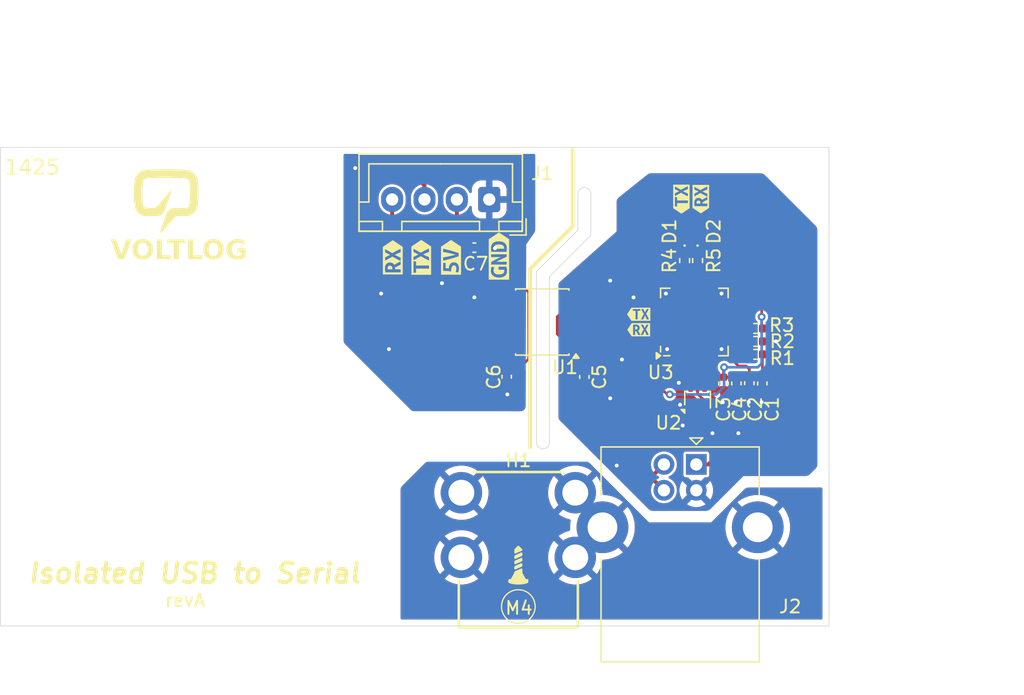
<source format=kicad_pcb>
(kicad_pcb (version 20241229) (generator "pcbnew") (generator_version "9.0")
  (layers (0 "F.Cu" signal) (2 "B.Cu" signal) (13 "F.Paste" user) (15 "B.Paste" user) (5 "F.SilkS" user "F.Silkscreen") (7 "B.SilkS" user "B.Silkscreen") (1 "F.Mask" user) (3 "B.Mask" user) (25 "Edge.Cuts" user))
  (net 0 "")
  (net 1 "GND1")
  (net 2 "VBUS")
  (net 3 "GND2")
  (net 4 "VDDIO")
  (net 5 "+5V")
  (net 6 "/USB_DP")
  (net 7 "Earth")
  (net 8 "/~{RST}")
  (net 9 "/GPIO0")
  (net 10 "/GPIO1")
  (net 11 "/RXD_i")
  (net 12 "/RXD")
  (net 13 "/TXD_i")
  (net 14 "/TXD")
  (net 15 "/USB-DP")
  (net 16 "Net-(D2-K)")
  (net 17 "Net-(D1-K)")
  (net 18 "Net-(U3-VBUS)")
  (net 36 "/USB_DN")
  (net 37 "/USB-DN")
  (footprint "kibuzzard-67EF87AE" (layer "F.Cu") (at 150.9 61.4 90)
    (property "Reference" "kibuzzard-67EF87AE" (hide yes))
    (property "Value" "G***" (hide yes))
  )
  (footprint "Resistor_SMD:R_0402_1005Metric" (layer "F.Cu") (at 165.25 61.75 90)
    (property "Reference" "R4" (at 0 -1.17 270) (layer "F.SilkS"))
    (property "Value" "1K")
    (pad "1" smd roundrect (at -0.51 0 90) (size 0.54 0.64) (layers "F.Cu" "F.Mask" "F.Paste") (net 9 "/GPIO0"))
    (pad "2" smd roundrect (at 0.51 0 90) (size 0.54 0.64) (layers "F.Cu" "F.Mask" "F.Paste") (net 17 "Net-(D1-K)"))
  )
  (footprint "Capacitor_SMD:C_0402_1005Metric" (layer "F.Cu") (at 169.25 71.25 -90)
    (property "Reference" "C4" (at 2 -0.25 90) (layer "F.SilkS"))
    (property "Value" "4.7uF")
    (pad "1" smd roundrect (at -0.48 0 270) (size 0.56 0.62) (layers "F.Cu" "F.Mask" "F.Paste") (net 4 "VDDIO"))
    (pad "2" smd roundrect (at 0.48 0 270) (size 0.56 0.62) (layers "F.Cu" "F.Mask" "F.Paste") (net 1 "GND1"))
  )
  (footprint "Resistor_SMD:R_0402_1005Metric" (layer "F.Cu") (at 170.75 69 180)
    (property "Reference" "R1" (at -2.05 -0.3 180) (layer "F.SilkS"))
    (property "Value" "22.1K")
    (pad "1" smd roundrect (at -0.51 0 180) (size 0.54 0.64) (layers "F.Cu" "F.Mask" "F.Paste") (net 2 "VBUS"))
    (pad "2" smd roundrect (at 0.51 0 180) (size 0.54 0.64) (layers "F.Cu" "F.Mask" "F.Paste") (net 18 "Net-(U3-VBUS)"))
  )
  (footprint "Package_DFN_QFN:QFN-28-1EP_5x5mm_P0.5mm_EP3.35x3.35mm" (layer "F.Cu") (at 166 66.5 90)
    (property "Reference" "U3" (at -3.9 -2.6 0) (layer "F.SilkS"))
    (property "Value" "CP2102N-A01-GQFN28")
    (pad "1" smd roundrect (at -2.45 -1.5 90) (size 0.8 0.25) (layers "F.Cu" "F.Mask" "F.Paste"))
    (pad "2" smd roundrect (at -2.45 -1 90) (size 0.8 0.25) (layers "F.Cu" "F.Mask" "F.Paste"))
    (pad "3" smd roundrect (at -2.45 -0.5 90) (size 0.8 0.25) (layers "F.Cu" "F.Mask" "F.Paste") (net 1 "GND1"))
    (pad "4" smd roundrect (at -2.45 0 90) (size 0.8 0.25) (layers "F.Cu" "F.Mask" "F.Paste") (net 15 "/USB-DP"))
    (pad "5" smd roundrect (at -2.45 0.5 90) (size 0.8 0.25) (layers "F.Cu" "F.Mask" "F.Paste") (net 37 "/USB-DN"))
    (pad "6" smd roundrect (at -2.45 1 90) (size 0.8 0.25) (layers "F.Cu" "F.Mask" "F.Paste") (net 4 "VDDIO"))
    (pad "7" smd roundrect (at -2.45 1.5 90) (size 0.8 0.25) (layers "F.Cu" "F.Mask" "F.Paste") (net 2 "VBUS"))
    (pad "8" smd roundrect (at -1.5 2.45 90) (size 0.25 0.8) (layers "F.Cu" "F.Mask" "F.Paste") (net 18 "Net-(U3-VBUS)"))
    (pad "9" smd roundrect (at -1 2.45 90) (size 0.25 0.8) (layers "F.Cu" "F.Mask" "F.Paste") (net 8 "/~{RST}"))
    (pad "10" smd roundrect (at -0.5 2.45 90) (size 0.25 0.8) (layers "F.Cu" "F.Mask" "F.Paste"))
    (pad "11" smd roundrect (at 0 2.45 90) (size 0.25 0.8) (layers "F.Cu" "F.Mask" "F.Paste"))
    (pad "12" smd roundrect (at 0.5 2.45 90) (size 0.25 0.8) (layers "F.Cu" "F.Mask" "F.Paste"))
    (pad "13" smd roundrect (at 1 2.45 90) (size 0.25 0.8) (layers "F.Cu" "F.Mask" "F.Paste"))
    (pad "14" smd roundrect (at 1.5 2.45 90) (size 0.25 0.8) (layers "F.Cu" "F.Mask" "F.Paste"))
    (pad "15" smd roundrect (at 2.45 1.5 90) (size 0.8 0.25) (layers "F.Cu" "F.Mask" "F.Paste"))
    (pad "16" smd roundrect (at 2.45 1 90) (size 0.8 0.25) (layers "F.Cu" "F.Mask" "F.Paste"))
    (pad "17" smd roundrect (at 2.45 0.5 90) (size 0.8 0.25) (layers "F.Cu" "F.Mask" "F.Paste"))
    (pad "18" smd roundrect (at 2.45 0 90) (size 0.8 0.25) (layers "F.Cu" "F.Mask" "F.Paste") (net 10 "/GPIO1"))
    (pad "19" smd roundrect (at 2.45 -0.5 90) (size 0.8 0.25) (layers "F.Cu" "F.Mask" "F.Paste") (net 9 "/GPIO0"))
    (pad "20" smd roundrect (at 2.45 -1 90) (size 0.8 0.25) (layers "F.Cu" "F.Mask" "F.Paste"))
    (pad "21" smd roundrect (at 2.45 -1.5 90) (size 0.8 0.25) (layers "F.Cu" "F.Mask" "F.Paste"))
    (pad "22" smd roundrect (at 1.5 -2.45 90) (size 0.25 0.8) (layers "F.Cu" "F.Mask" "F.Paste"))
    (pad "23" smd roundrect (at 1 -2.45 90) (size 0.25 0.8) (layers "F.Cu" "F.Mask" "F.Paste"))
    (pad "24" smd roundrect (at 0.5 -2.45 90) (size 0.25 0.8) (layers "F.Cu" "F.Mask" "F.Paste"))
    (pad "25" smd roundrect (at 0 -2.45 90) (size 0.25 0.8) (layers "F.Cu" "F.Mask" "F.Paste") (net 12 "/RXD"))
    (pad "26" smd roundrect (at -0.5 -2.45 90) (size 0.25 0.8) (layers "F.Cu" "F.Mask" "F.Paste") (net 14 "/TXD"))
    (pad "27" smd roundrect (at -1 -2.45 90) (size 0.25 0.8) (layers "F.Cu" "F.Mask" "F.Paste"))
    (pad "28" smd roundrect (at -1.5 -2.45 90) (size 0.25 0.8) (layers "F.Cu" "F.Mask" "F.Paste"))
    (pad "29" smd rect (at 0 0 90) (size 3.35 3.35) (property pad_prop_heatsink) (layers "F.Cu" "F.Mask") (net 1 "GND1"))
  )
  (footprint "Capacitor_SMD:C_0402_1005Metric" (layer "F.Cu") (at 151.5 70.73 -90)
    (property "Reference" "C6" (at 0.02 1 90) (layer "F.SilkS"))
    (property "Value" "0.1uF")
    (pad "1" smd roundrect (at -0.48 0 270) (size 0.56 0.62) (layers "F.Cu" "F.Mask" "F.Paste") (net 5 "+5V"))
    (pad "2" smd roundrect (at 0.48 0 270) (size 0.56 0.62) (layers "F.Cu" "F.Mask" "F.Paste") (net 3 "GND2"))
  )
  (footprint "Package_SO:SOIC-8_3.9x4.9mm_P1.27mm" (layer "F.Cu") (at 154.25 66.5 180)
    (property "Reference" "U1" (at -1.75 -3.5 0) (layer "F.SilkS"))
    (property "Value" "ADUM1201AR")
    (pad "1" smd roundrect (at -2.475 -1.905 180) (size 1.95 0.6) (layers "F.Cu" "F.Mask" "F.Paste") (net 4 "VDDIO"))
    (pad "2" smd roundrect (at -2.475 -0.635 180) (size 1.95 0.6) (layers "F.Cu" "F.Mask" "F.Paste") (net 12 "/RXD"))
    (pad "3" smd roundrect (at -2.475 0.635 180) (size 1.95 0.6) (layers "F.Cu" "F.Mask" "F.Paste") (net 14 "/TXD"))
    (pad "4" smd roundrect (at -2.475 1.905 180) (size 1.95 0.6) (layers "F.Cu" "F.Mask" "F.Paste") (net 1 "GND1"))
    (pad "5" smd roundrect (at 2.475 1.905 180) (size 1.95 0.6) (layers "F.Cu" "F.Mask" "F.Paste") (net 3 "GND2"))
    (pad "6" smd roundrect (at 2.475 0.635 180) (size 1.95 0.6) (layers "F.Cu" "F.Mask" "F.Paste") (net 11 "/RXD_i"))
    (pad "7" smd roundrect (at 2.475 -0.635 180) (size 1.95 0.6) (layers "F.Cu" "F.Mask" "F.Paste") (net 13 "/TXD_i"))
    (pad "8" smd roundrect (at 2.475 -1.905 180) (size 1.95 0.6) (layers "F.Cu" "F.Mask" "F.Paste") (net 5 "+5V"))
  )
  (footprint "kibuzzard-67EF8788" (layer "F.Cu") (at 142.7 61.5 90)
    (property "Reference" "kibuzzard-67EF8788" (hide yes))
    (property "Value" "G***" (hide yes))
  )
  (footprint "LED_SMD:LED_0402_1005Metric" (layer "F.Cu") (at 165.25 59.5 90)
    (property "Reference" "D1" (at 0 -1.17 270) (layer "F.SilkS"))
    (property "Value" "TX")
    (pad "1" smd roundrect (at -0.485 0 90) (size 0.59 0.64) (layers "F.Cu" "F.Mask" "F.Paste") (net 17 "Net-(D1-K)"))
    (pad "2" smd roundrect (at 0.485 0 90) (size 0.59 0.64) (layers "F.Cu" "F.Mask" "F.Paste") (net 4 "VDDIO"))
  )
  (footprint "Resistor_SMD:R_0402_1005Metric" (layer "F.Cu") (at 166.25 61.75 90)
    (property "Reference" "R5" (at 0 1.25 270) (layer "F.SilkS"))
    (property "Value" "1K")
    (pad "1" smd roundrect (at -0.51 0 90) (size 0.54 0.64) (layers "F.Cu" "F.Mask" "F.Paste") (net 10 "/GPIO1"))
    (pad "2" smd roundrect (at 0.51 0 90) (size 0.54 0.64) (layers "F.Cu" "F.Mask" "F.Paste") (net 16 "Net-(D2-K)"))
  )
  (footprint "Capacitor_SMD:C_0402_1005Metric" (layer "F.Cu") (at 170.25 71.23 -90)
    (property "Reference" "C2" (at 2.02 -0.45 90) (layer "F.SilkS"))
    (property "Value" "0.1uF")
    (pad "1" smd roundrect (at -0.48 0 270) (size 0.56 0.62) (layers "F.Cu" "F.Mask" "F.Paste") (net 2 "VBUS"))
    (pad "2" smd roundrect (at 0.48 0 270) (size 0.56 0.62) (layers "F.Cu" "F.Mask" "F.Paste") (net 1 "GND1"))
  )
  (footprint "kibuzzard-67EF8898" (layer "F.Cu") (at 161.7 65.9)
    (property "Reference" "kibuzzard-67EF8898" (hide yes))
    (property "Value" "G***" (hide yes))
  )
  (footprint "kibuzzard-67EF879C" (layer "F.Cu") (at 147.2 61.5 90)
    (property "Reference" "kibuzzard-67EF879C" (hide yes))
    (property "Value" "G***" (hide yes))
  )
  (footprint "Package_TO_SOT_SMD:SOT-666" (layer "F.Cu") (at 166.25 72.5 90)
    (property "Reference" "U2" (at -1.8 -2.25 0) (layer "F.SilkS"))
    (property "Value" "USBLC6-2P6")
    (pad "1" smd roundrect (at -0.85 -0.5375 90) (size 0.5 0.375) (layers "F.Cu" "F.Mask" "F.Paste") (net 6 "/USB_DP"))
    (pad "2" smd roundrect (at -0.925 0 90) (size 0.65 0.3) (layers "F.Cu" "F.Mask" "F.Paste") (net 1 "GND1"))
    (pad "3" smd roundrect (at -0.85 0.5375 90) (size 0.5 0.375) (layers "F.Cu" "F.Mask" "F.Paste") (net 36 "/USB_DN"))
    (pad "4" smd roundrect (at 0.85 0.5375 90) (size 0.5 0.375) (layers "F.Cu" "F.Mask" "F.Paste") (net 37 "/USB-DN"))
    (pad "5" smd roundrect (at 0.925 0 90) (size 0.65 0.3) (layers "F.Cu" "F.Mask" "F.Paste") (net 2 "VBUS"))
    (pad "6" smd roundrect (at 0.85 -0.5375 90) (size 0.5 0.375) (layers "F.Cu" "F.Mask" "F.Paste") (net 15 "/USB-DP"))
  )
  (footprint "kibuzzard-67EF7DAE" (layer "F.Cu") (at 166.5 57 90)
    (property "Reference" "kibuzzard-67EF7DAE" (hide yes))
    (property "Value" "G***" (hide yes))
  )
  (footprint "Capacitor_SMD:C_0402_1005Metric" (layer "F.Cu") (at 168.25 71.25 -90)
    (property "Reference" "C3" (at 2 0 90) (layer "F.SilkS"))
    (property "Value" "0.1uF")
    (pad "1" smd roundrect (at -0.48 0 270) (size 0.56 0.62) (layers "F.Cu" "F.Mask" "F.Paste") (net 4 "VDDIO"))
    (pad "2" smd roundrect (at 0.48 0 270) (size 0.56 0.62) (layers "F.Cu" "F.Mask" "F.Paste") (net 1 "GND1"))
  )
  (footprint "Resistor_SMD:R_0402_1005Metric" (layer "F.Cu") (at 170.75 68)
    (property "Reference" "R2" (at 2.05 0 0) (layer "F.SilkS"))
    (property "Value" "47.5K")
    (pad "1" smd roundrect (at -0.51 0) (size 0.54 0.64) (layers "F.Cu" "F.Mask" "F.Paste") (net 18 "Net-(U3-VBUS)"))
    (pad "2" smd roundrect (at 0.51 0) (size 0.54 0.64) (layers "F.Cu" "F.Mask" "F.Paste") (net 1 "GND1"))
  )
  (footprint "kibuzzard-67EF88A2" (layer "F.Cu") (at 161.7 67.1)
    (property "Reference" "kibuzzard-67EF88A2" (hide yes))
    (property "Value" "G***" (hide yes))
  )
  (footprint "Connector_JST:JST_XH_B4B-XH-A_1x04_P2.50mm_Vertical" (layer "F.Cu") (at 150.15 57.025 180)
    (property "Reference" "J1" (at -4.1 2.025 180) (layer "F.SilkS"))
    (property "Value" "UPS")
    (pad "1" thru_hole roundrect (at 0 0 180) (size 1.7 1.95) (drill 0.95) (layers "*.Cu" "*.Mask") (roundrect_rratio 0.147059) (net 3 "GND2"))
    (pad "2" thru_hole oval (at 2.5 0 180) (size 1.7 1.95) (drill 0.95) (layers "*.Cu" "*.Mask") (net 5 "+5V"))
    (pad "3" thru_hole oval (at 5 0 180) (size 1.7 1.95) (drill 0.95) (layers "*.Cu" "*.Mask") (net 13 "/TXD_i"))
    (pad "4" thru_hole oval (at 7.5 0 180) (size 1.7 1.95) (drill 0.95) (layers "*.Cu" "*.Mask") (net 11 "/RXD_i"))
  )
  (footprint "Capacitor_SMD:C_0402_1005Metric" (layer "F.Cu") (at 149 60.75)
    (property "Reference" "C7" (at 0.1 1.25 0) (layer "F.SilkS"))
    (property "Value" "4.7uF")
    (pad "1" smd roundrect (at -0.48 0) (size 0.56 0.62) (layers "F.Cu" "F.Mask" "F.Paste") (net 5 "+5V"))
    (pad "2" smd roundrect (at 0.48 0) (size 0.56 0.62) (layers "F.Cu" "F.Mask" "F.Paste") (net 3 "GND2"))
  )
  (footprint "Connector_USB:USB_B_Lumberg_2411_02_Horizontal" (layer "F.Cu") (at 166.15 77.5125 -90)
    (property "Reference" "J2" (at 10.9875 -7.25 180) (layer "F.SilkS"))
    (property "Value" "USB Type-B")
    (pad "1" thru_hole rect (at 0 0) (size 1.6 1.6) (drill 0.95) (layers "*.Cu" "*.Mask") (net 2 "VBUS"))
    (pad "2" thru_hole circle (at 0 2.5) (size 1.6 1.6) (drill 0.95) (layers "*.Cu" "*.Mask") (net 36 "/USB_DN"))
    (pad "3" thru_hole circle (at 2 2.5) (size 1.6 1.6) (drill 0.95) (layers "*.Cu" "*.Mask") (net 6 "/USB_DP"))
    (pad "4" thru_hole circle (at 2 0) (size 1.6 1.6) (drill 0.95) (layers "*.Cu" "*.Mask") (net 1 "GND1"))
    (pad "5" thru_hole circle (at 4.86 -4.75) (size 4 4) (drill 2.3) (layers "*.Cu" "*.Mask") (net 7 "Earth"))
    (pad "5" thru_hole circle (at 4.86 7.25) (size 4 4) (drill 2.3) (layers "*.Cu" "*.Mask") (net 7 "Earth"))
  )
  (footprint "Voltlog:voltlog_silk_5mm" (layer "F.Cu") (at 125.2 56.5)
    (property "Reference" "V1" (hide yes))
    (property "Value" "VOLTLOG_LOGO" (hide yes))
  )
  (footprint "Capacitor_SMD:C_0402_1005Metric" (layer "F.Cu") (at 171.25 71.25 -90)
    (property "Reference" "C1" (at 2 -0.75 90) (layer "F.SilkS"))
    (property "Value" "4.7uF")
    (pad "1" smd roundrect (at -0.48 0 270) (size 0.56 0.62) (layers "F.Cu" "F.Mask" "F.Paste") (net 2 "VBUS"))
    (pad "2" smd roundrect (at 0.48 0 270) (size 0.56 0.62) (layers "F.Cu" "F.Mask" "F.Paste") (net 1 "GND1"))
  )
  (footprint "Capacitor_SMD:C_0402_1005Metric" (layer "F.Cu") (at 157.5 70.75 -90)
    (property "Reference" "C5" (at 0 -1.16 90) (layer "F.SilkS"))
    (property "Value" "0.1uF")
    (pad "1" smd roundrect (at -0.48 0 270) (size 0.56 0.62) (layers "F.Cu" "F.Mask" "F.Paste") (net 4 "VDDIO"))
    (pad "2" smd roundrect (at 0.48 0 270) (size 0.56 0.62) (layers "F.Cu" "F.Mask" "F.Paste") (net 1 "GND1"))
  )
  (footprint "Voltlog:screw-icon-S" (layer "F.Cu") (at 152.4 85.3 180)
    (property "Reference" "REF**" (hide yes))
    (property "Value" "screw-icon-S")
  )
  (footprint "Resistor_SMD:R_0402_1005Metric" (layer "F.Cu") (at 170.75 67)
    (property "Reference" "R3" (at 2 -0.25 0) (layer "F.SilkS"))
    (property "Value" "1K")
    (pad "1" smd roundrect (at -0.51 0) (size 0.54 0.64) (layers "F.Cu" "F.Mask" "F.Paste") (net 8 "/~{RST}"))
    (pad "2" smd roundrect (at 0.51 0) (size 0.54 0.64) (layers "F.Cu" "F.Mask" "F.Paste") (net 4 "VDDIO"))
  )
  (footprint "LED_SMD:LED_0402_1005Metric" (layer "F.Cu") (at 166.25 59.5 90)
    (property "Reference" "D2" (at 0 1.25 270) (layer "F.SilkS"))
    (property "Value" "RX")
    (pad "1" smd roundrect (at -0.485 0 90) (size 0.59 0.64) (layers "F.Cu" "F.Mask" "F.Paste") (net 16 "Net-(D2-K)"))
    (pad "2" smd roundrect (at 0.485 0 90) (size 0.59 0.64) (layers "F.Cu" "F.Mask" "F.Paste") (net 4 "VDDIO"))
  )
  (footprint "Voltlog:M4_TH_terminal" (layer "F.Cu") (at 152.4 84.1)
    (property "Reference" "H1" (at 0 -6.9 0) (layer "F.SilkS"))
    (property "Value" "Mount M4")
    (pad "1" thru_hole circle (at -4.4 -4.4) (size 3.2 3.2) (drill 2) (layers "*.Cu" "*.Mask") (net 7 "Earth"))
    (pad "1" thru_hole circle (at -4.4 0.6) (size 3.2 3.2) (drill 2) (layers "*.Cu" "*.Mask") (net 7 "Earth"))
    (pad "1" thru_hole circle (at 4.4 -4.4) (size 3.2 3.2) (drill 2) (layers "*.Cu" "*.Mask") (net 7 "Earth"))
    (pad "1" thru_hole circle (at 4.4 0.6) (size 3.2 3.2) (drill 2) (layers "*.Cu" "*.Mask") (net 7 "Earth"))
  )
  (footprint "kibuzzard-67EF7DB2" (layer "F.Cu") (at 165 57 90)
    (property "Reference" "kibuzzard-67EF7DB2" (hide yes))
    (property "Value" "G***" (hide yes))
  )
  (footprint "kibuzzard-67EF8792" (layer "F.Cu") (at 144.9 61.5 90)
    (property "Reference" "kibuzzard-67EF8792" (hide yes))
    (property "Value" "G***" (hide yes))
  )
  (gr_line (start 156.6 59.1) (end 153.315189 62.384811) (stroke (width 0.3)) (layer "F.SilkS"))
  (gr_line (start 153.315189 63.5) (end 153.315189 76.2) (stroke (width 0.3)) (layer "F.SilkS"))
  (gr_line (start 156.6 55.1) (end 156.6 59.1) (stroke (width 0.3)) (layer "F.SilkS"))
  (gr_line (start 153.315189 62.384811) (end 153.315189 63.5) (stroke (width 0.3)) (layer "F.SilkS"))
  (gr_line (start 156.6 53.2) (end 156.6 55.1) (stroke (width 0.3)) (layer "F.SilkS"))
  (gr_arc (start 154.8 75.8) (mid 154.3 76.3) (end 153.8 75.8) (stroke (width 0.05)) (layer "Edge.Cuts"))
  (gr_line (start 112.4 53) (end 176.4 53) (stroke (width 0.05)) (layer "Edge.Cuts"))
  (gr_line (start 153.8 75.8) (end 153.8 62.6) (stroke (width 0.05)) (layer "Edge.Cuts"))
  (gr_arc (start 157 56.6) (mid 157.5 56.1) (end 158 56.6) (stroke (width 0.05)) (layer "Edge.Cuts"))
  (gr_line (start 176.4 53) (end 176.4 90) (stroke (width 0.05)) (layer "Edge.Cuts"))
  (gr_line (start 112.4 90) (end 112.4 53) (stroke (width 0.05)) (layer "Edge.Cuts"))
  (gr_line (start 154.8 63) (end 158 59.8) (stroke (width 0.05)) (layer "Edge.Cuts"))
  (gr_line (start 157 59.4) (end 157 56.6) (stroke (width 0.05)) (layer "Edge.Cuts"))
  (gr_line (start 158 59.8) (end 158 56.6) (stroke (width 0.05)) (layer "Edge.Cuts"))
  (gr_line (start 176.4 90) (end 112.4 90) (stroke (width 0.05)) (layer "Edge.Cuts"))
  (gr_line (start 154.8 75.8) (end 154.8 63) (stroke (width 0.05)) (layer "Edge.Cuts"))
  (gr_line (start 153.8 62.6) (end 157 59.4) (stroke (width 0.05)) (layer "Edge.Cuts"))
  (gr_text "1425" (at 112.7 55.3 0) (layer "F.SilkS") (effects (font (size 1.2 1.2) (thickness 0.1875) (italic yes)) (justify left bottom)))
  (gr_text "M4" (at 151.3 89.2 0) (layer "F.SilkS") (effects (font (size 1 1)) (justify left bottom)))
  (gr_text "VOLTLOG" (at 120.9 61.9 0) (layer "F.SilkS") (effects (font (size 1.5 1.5) (thickness 0.3) (bold yes) (italic yes)) (justify left bottom)))
  (gr_text "revA" (at 125 88.6 0) (layer "F.SilkS") (effects (font (size 1 1)) (justify left bottom)))
  (gr_text "Isolated USB to Serial" (at 114.4 86.8 0) (layer "F.SilkS") (effects (font (size 1.5 1.5) (thickness 0.3) (bold yes) (italic yes)) (justify left bottom)))
  (segment (start 164.9 72.9) (end 165.2 72.6) (width 0.2) (layer "F.Cu") (net 1))
  (segment (start 165.2 72.6) (end 166.1 72.6) (width 0.2) (layer "F.Cu") (net 1))
  (segment (start 166.25 72.75) (end 166.25 73.425) (width 0.2) (layer "F.Cu") (net 1))
  (segment (start 166.1 72.6) (end 166.25 72.75) (width 0.2) (layer "F.Cu") (net 1))
  (via (at 163.9 68.6) (size 0.6) (drill 0.3) (layers "F.Cu" "B.Cu") (net 1))
  (via (at 168.1 68.6) (size 0.6) (drill 0.3) (layers "F.Cu" "B.Cu") (net 1))
  (via (at 163.8 64.3) (size 0.6) (drill 0.3) (layers "F.Cu" "B.Cu") (net 1))
  (via (at 170.2 72.7) (size 0.6) (drill 0.3) (layers "F.Cu" "B.Cu") (net 1))
  (via (at 172.3 68) (size 0.6) (drill 0.3) (layers "F.Cu" "B.Cu") (net 1))
  (via (at 160.4 69.4) (size 0.6) (drill 0.3) (layers "F.Cu" "B.Cu") (net 1))
  (via (at 159.5 63.3) (size 0.6) (drill 0.3) (layers "F.Cu" "B.Cu") (net 1))
  (via (at 171.2 72.7) (size 0.6) (drill 0.3) (layers "F.Cu" "B.Cu") (net 1))
  (via (at 164.9 72.9) (size 0.6) (drill 0.3) (layers "F.Cu" "B.Cu") (net 1))
  (via (at 169.2 72.7) (size 0.6) (drill 0.3) (layers "F.Cu" "B.Cu") (net 1))
  (via (at 161.3 64.6) (size 0.6) (drill 0.3) (layers "F.Cu" "B.Cu") (net 1))
  (via (at 168.1 64.3) (size 0.6) (drill 0.3) (layers "F.Cu" "B.Cu") (net 1))
  (via (at 165.1 74.5) (size 0.6) (drill 0.3) (layers "F.Cu" "B.Cu") (net 1))
  (via (at 159.5 72.4) (size 0.6) (drill 0.3) (layers "F.Cu" "B.Cu") (net 1))
  (via (at 160 77.6) (size 0.6) (drill 0.3) (layers "F.Cu" "B.Cu") (net 1))
  (via (at 164.8 71.2) (size 0.6) (drill 0.3) (layers "F.Cu" "B.Cu") (net 1))
  (via (at 168.2 72.7) (size 0.6) (drill 0.3) (layers "F.Cu" "B.Cu") (net 1))
  (via (at 167.4 75.1) (size 0.6) (drill 0.3) (layers "F.Cu" "B.Cu") (net 1))
  (via (at 169.4 75.1) (size 0.6) (drill 0.3) (layers "F.Cu" "B.Cu") (net 1))
  (segment (start 168.5 74) (end 168.6 73.9) (width 0.3) (layer "F.Cu") (net 2))
  (segment (start 172 73.9) (end 172.3 73.6) (width 0.3) (layer "F.Cu") (net 2))
  (segment (start 166.25 72.05) (end 166.7 72.5) (width 0.2) (layer "F.Cu") (net 2))
  (segment (start 167.5 69.2) (end 167.5 68.95) (width 0.2) (layer "F.Cu") (net 2))
  (segment (start 171.833423 70.77) (end 171.25 70.77) (width 0.3) (layer "F.Cu") (net 2))
  (segment (start 168.6 73.9) (end 172 73.9) (width 0.3) (layer "F.Cu") (net 2))
  (segment (start 168.3 76.3) (end 168.3 74.2) (width 0.3) (layer "F.Cu") (net 2))
  (segment (start 172.3 71.236577) (end 171.833423 70.77) (width 0.3) (layer "F.Cu") (net 2))
  (segment (start 169.4 69.9) (end 168.9 69.4) (width 0.2) (layer "F.Cu") (net 2))
  (segment (start 166.7 72.5) (end 167 72.5) (width 0.2) (layer "F.Cu") (net 2))
  (segment (start 170.25 70.15) (end 170 69.9) (width 0.2) (layer "F.Cu") (net 2))
  (segment (start 170.25 70.75) (end 170.25 70.15) (width 0.2) (layer "F.Cu") (net 2))
  (segment (start 167.0875 77.5125) (end 168.3 76.3) (width 0.3) (layer "F.Cu") (net 2))
  (segment (start 166.25 71.575) (end 166.25 72.05) (width 0.2) (layer "F.Cu") (net 2))
  (segment (start 171.26 70.76) (end 171.25 70.77) (width 0.2) (layer "F.Cu") (net 2))
  (segment (start 168.3 74.2) (end 168.5 74) (width 0.3) (layer "F.Cu") (net 2))
  (segment (start 171.26 69) (end 171.26 70.76) (width 0.2) (layer "F.Cu") (net 2))
  (segment (start 171.25 70.77) (end 170.27 70.77) (width 0.2) (layer "F.Cu") (net 2))
  (segment (start 166.15 77.5125) (end 167.0875 77.5125) (width 0.3) (layer "F.Cu") (net 2))
  (segment (start 170 69.9) (end 169.4 69.9) (width 0.2) (layer "F.Cu") (net 2))
  (segment (start 170.27 70.77) (end 170.25 70.75) (width 0.2) (layer "F.Cu") (net 2))
  (segment (start 167 72.5) (end 168.5 74) (width 0.2) (layer "F.Cu") (net 2))
  (segment (start 172.3 73.6) (end 172.3 71.236577) (width 0.3) (layer "F.Cu") (net 2))
  (segment (start 168.9 69.4) (end 167.7 69.4) (width 0.2) (layer "F.Cu") (net 2))
  (segment (start 167.7 69.4) (end 167.5 69.2) (width 0.2) (layer "F.Cu") (net 2))
  (segment (start 149 64.595) (end 151.775 64.595) (width 0.3) (layer "F.Cu") (net 3))
  (segment (start 150.15 59.35) (end 149.48 60.02) (width 0.3) (layer "F.Cu") (net 3))
  (segment (start 150.15 57.025) (end 150.15 59.35) (width 0.3) (layer "F.Cu") (net 3))
  (segment (start 151.5 71.21) (end 151.5 72.05) (width 0.3) (layer "F.Cu") (net 3))
  (segment (start 149.48 60.02) (end 149.48 60.75) (width 0.3) (layer "F.Cu") (net 3))
  (via (at 150.6 60.8) (size 0.6) (drill 0.3) (layers "F.Cu" "B.Cu") (net 3))
  (via (at 146.5 63.5) (size 0.6) (drill 0.3) (layers "F.Cu" "B.Cu") (net 3))
  (via (at 149 64.595) (size 0.6) (drill 0.3) (layers "F.Cu" "B.Cu") (net 3))
  (via (at 139.8 54.6) (size 0.6) (drill 0.3) (layers "F.Cu" "B.Cu") (net 3))
  (via (at 142.4 68.6) (size 0.6) (drill 0.3) (layers "F.Cu" "B.Cu") (net 3))
  (via (at 141.8 64.3) (size 0.6) (drill 0.3) (layers "F.Cu" "B.Cu") (net 3))
  (via (at 151.55 72.1) (size 0.6) (drill 0.3) (layers "F.Cu" "B.Cu") (net 3))
  (segment (start 169 59) (end 171.2 61.2) (width 0.2) (layer "F.Cu") (net 4))
  (segment (start 167 68.95) (end 167 70.1) (width 0.2) (layer "F.Cu") (net 4))
  (segment (start 168.25 70.77) (end 168.25 70.05) (width 0.2) (layer "F.Cu") (net 4))
  (segment (start 157.5 69.18) (end 156.725 68.405) (width 0.2) (layer "F.Cu") (net 4))
  (segment (start 168.985 59.015) (end 169 59) (width 0.2) (layer "F.Cu") (net 4))
  (segment (start 168.25 70.05) (end 168.3 70) (width 0.2) (layer "F.Cu") (net 4))
  (segment (start 163.9 72.1) (end 162.07 70.27) (width 0.2) (layer "F.Cu") (net 4))
  (segment (start 171.2 66.94) (end 171.26 67) (width 0.2) (layer "F.Cu") (net 4))
  (segment (start 168.25 70.77) (end 169.25 70.77) (width 0.2) (layer "F.Cu") (net 4))
  (segment (start 157.5 70.27) (end 159.5 70.27) (width 0.2) (layer "F.Cu") (net 4))
  (segment (start 166.25 59.015) (end 168.985 59.015) (width 0.2) (layer "F.Cu") (net 4))
  (segment (start 171.2 61.2) (end 171.2 66.1) (width 0.2) (layer "F.Cu") (net 4))
  (segment (start 162.07 70.27) (end 157.5 70.27) (width 0.2) (layer "F.Cu") (net 4))
  (segment (start 171.2 66.1) (end 171.2 66.94) (width 0.2) (layer "F.Cu") (net 4))
  (segment (start 157.5 70.27) (end 157.5 69.18) (width 0.2) (layer "F.Cu") (net 4))
  (segment (start 167.67 70.77) (end 168.25 70.77) (width 0.2) (layer "F.Cu") (net 4))
  (segment (start 164.1 72.1) (end 163.9 72.1) (width 0.2) (layer "F.Cu") (net 4))
  (segment (start 165.25 59.015) (end 166.25 59.015) (width 0.2) (layer "F.Cu") (net 4))
  (segment (start 167 70.1) (end 167.67 70.77) (width 0.2) (layer "F.Cu") (net 4))
  (via (at 168.3 70) (size 0.6) (drill 0.3) (layers "F.Cu" "B.Cu") (net 4))
  (via (at 164.1 72.1) (size 0.6) (drill 0.3) (layers "F.Cu" "B.Cu") (net 4))
  (via (at 171.2 66.1) (size 0.6) (drill 0.3) (layers "F.Cu" "B.Cu") (net 4))
  (segment (start 171.2 69.7) (end 171.2 66.1) (width 0.2) (layer "B.Cu") (net 4))
  (segment (start 164.1 72.1) (end 167.7 72.1) (width 0.2) (layer "B.Cu") (net 4))
  (segment (start 167.7 72.1) (end 168.3 71.5) (width 0.2) (layer "B.Cu") (net 4))
  (segment (start 168.3 70) (end 170.9 70) (width 0.2) (layer "B.Cu") (net 4))
  (segment (start 168.3 71.5) (end 168.3 70) (width 0.2) (layer "B.Cu") (net 4))
  (segment (start 170.9 70) (end 171.2 69.7) (width 0.2) (layer "B.Cu") (net 4))
  (segment (start 148.52 59.92) (end 148.52 60.75) (width 0.3) (layer "F.Cu") (net 5))
  (segment (start 149 62.1) (end 149.7 62.1) (width 0.2) (layer "F.Cu") (net 5))
  (segment (start 150.175 62.575) (end 151.575 62.575) (width 0.2) (layer "F.Cu") (net 5))
  (segment (start 149.7 62.1) (end 150.175 62.575) (width 0.2) (layer "F.Cu") (net 5))
  (segment (start 148.52 60.75) (end 148.52 61.62) (width 0.2) (layer "F.Cu") (net 5))
  (segment (start 151.575 62.575) (end 153.199 64.199) (width 0.2) (layer "F.Cu") (net 5))
  (segment (start 148.52 61.62) (end 149 62.1) (width 0.2) (layer "F.Cu") (net 5))
  (segment (start 151.5 68.58) (end 151.675 68.405) (width 0.2) (layer "F.Cu") (net 5))
  (segment (start 153.199 69.351) (end 152.3 70.25) (width 0.2) (layer "F.Cu") (net 5))
  (segment (start 151.5 70.25) (end 151.5 68.58) (width 0.2) (layer "F.Cu") (net 5))
  (segment (start 147.65 57.025) (end 147.65 59.05) (width 0.3) (layer "F.Cu") (net 5))
  (segment (start 147.65 59.05) (end 148.52 59.92) (width 0.3) (layer "F.Cu") (net 5))
  (segment (start 152.3 70.25) (end 151.5 70.25) (width 0.2) (layer "F.Cu") (net 5))
  (segment (start 153.199 64.199) (end 153.199 69.351) (width 0.2) (layer "F.Cu") (net 5))
  (segment (start 165.7125 74.0225) (end 165.7125 73.35) (width 0.3) (layer "F.Cu") (net 6))
  (segment (start 162.86 78.7225) (end 161.525514 78.7225) (width 0.3) (layer "F.Cu") (net 6))
  (segment (start 165.99 74.3) (end 165.7125 74.0225) (width 0.3) (layer "F.Cu") (net 6))
  (segment (start 161.813014 75.29) (end 165.613014 75.29) (width 0.3) (layer "F.Cu") (net 6))
  (segment (start 161.525514 78.7225) (end 161.09 78.286986) (width 0.3) (layer "F.Cu") (net 6))
  (segment (start 163.65 79.5125) (end 162.86 78.7225) (width 0.3) (layer "F.Cu") (net 6))
  (segment (start 165.613014 75.29) (end 165.99 74.913014) (width 0.3) (layer "F.Cu") (net 6))
  (segment (start 161.09 78.286986) (end 161.09 76.013014) (width 0.3) (layer "F.Cu") (net 6))
  (segment (start 165.99 74.913014) (end 165.99 74.3) (width 0.3) (layer "F.Cu") (net 6))
  (segment (start 161.09 76.013014) (end 161.813014 75.29) (width 0.3) (layer "F.Cu") (net 6))
  (segment (start 168.45 67.5) (end 169.3 67.5) (width 0.2) (layer "F.Cu") (net 8))
  (segment (start 169.8 67) (end 170.24 67) (width 0.2) (layer "F.Cu") (net 8))
  (segment (start 169.3 67.5) (end 169.8 67) (width 0.2) (layer "F.Cu") (net 8))
  (segment (start 165.5 63) (end 165.25 62.75) (width 0.2) (layer "F.Cu") (net 9))
  (segment (start 165.25 62.75) (end 165.25 62.26) (width 0.2) (layer "F.Cu") (net 9))
  (segment (start 165.5 64.05) (end 165.5 63) (width 0.2) (layer "F.Cu") (net 9))
  (segment (start 166.25 62.85) (end 166.25 62.26) (width 0.2) (layer "F.Cu") (net 10))
  (segment (start 166 63.1) (end 166.25 62.85) (width 0.2) (layer "F.Cu") (net 10))
  (segment (start 166 64.05) (end 166 63.1) (width 0.2) (layer "F.Cu") (net 10))
  (segment (start 143.865 65.865) (end 151.775 65.865) (width 0.3) (layer "F.Cu") (net 11))
  (segment (start 142.65 57.025) (end 142.65 64.65) (width 0.3) (layer "F.Cu") (net 11))
  (segment (start 142.65 64.65) (end 143.865 65.865) (width 0.3) (layer "F.Cu") (net 11))
  (segment (start 161.465 67.135) (end 156.725 67.135) (width 0.2) (layer "F.Cu") (net 12))
  (segment (start 163.55 66.5) (end 162.1 66.5) (width 0.2) (layer "F.Cu") (net 12))
  (segment (start 162.1 66.5) (end 161.465 67.135) (width 0.2) (layer "F.Cu") (net 12))
  (segment (start 145.15 57.025) (end 145.15 55.95) (width 0.3) (layer "F.Cu") (net 13))
  (segment (start 140.8 55.8) (end 140.8 65) (width 0.3) (layer "F.Cu") (net 13))
  (segment (start 140.8 65) (end 142.935 67.135) (width 0.3) (layer "F.Cu") (net 13))
  (segment (start 142.935 67.135) (end 151.775 67.135) (width 0.3) (layer "F.Cu") (net 13))
  (segment (start 141.4 55.2) (end 140.8 55.8) (width 0.3) (layer "F.Cu") (net 13))
  (segment (start 145.15 55.95) (end 144.4 55.2) (width 0.3) (layer "F.Cu") (net 13))
  (segment (start 144.4 55.2) (end 141.4 55.2) (width 0.3) (layer "F.Cu") (net 13))
  (segment (start 155.401 66.099) (end 155.401 67.427968) (width 0.2) (layer "F.Cu") (net 14))
  (segment (start 155.723032 67.75) (end 161.65 67.75) (width 0.2) (layer "F.Cu") (net 14))
  (segment (start 156.725 65.865) (end 155.635 65.865) (width 0.2) (layer "F.Cu") (net 14))
  (segment (start 155.635 65.865) (end 155.401 66.099) (width 0.2) (layer "F.Cu") (net 14))
  (segment (start 162.4 67) (end 163.55 67) (width 0.2) (layer "F.Cu") (net 14))
  (segment (start 155.401 67.427968) (end 155.723032 67.75) (width 0.2) (layer "F.Cu") (net 14))
  (segment (start 161.65 67.75) (end 162.4 67) (width 0.2) (layer "F.Cu") (net 14))
  (segment (start 165.75 71.237499) (end 165.7125 71.274999) (width 0.3) (layer "F.Cu") (net 15))
  (segment (start 166 68.95) (end 166 69.550001) (width 0.3) (layer "F.Cu") (net 15))
  (segment (start 165.75 71.14688) (end 165.75 71.237499) (width 0.3) (layer "F.Cu") (net 15))
  (segment (start 165.7125 71.274999) (end 165.7125 71.65) (width 0.3) (layer "F.Cu") (net 15))
  (segment (start 166 69.550001) (end 166.04 69.590001) (width 0.3) (layer "F.Cu") (net 15))
  (segment (start 166.04 69.590001) (end 166.04 70.85688) (width 0.3) (layer "F.Cu") (net 15))
  (segment (start 166.04 70.85688) (end 165.75 71.14688) (width 0.3) (layer "F.Cu") (net 15))
  (segment (start 166.25 61.24) (end 166.25 59.985) (width 0.2) (layer "F.Cu") (net 16))
  (segment (start 165.25 61.24) (end 165.25 59.985) (width 0.2) (layer "F.Cu") (net 17))
  (segment (start 168.45 68) (end 170.24 68) (width 0.2) (layer "F.Cu") (net 18))
  (segment (start 170.24 69) (end 170.24 68) (width 0.2) (layer "F.Cu") (net 18))
  (segment (start 163.65 77.5125) (end 162.86 78.3025) (width 0.3) (layer "F.Cu") (net 36))
  (segment (start 161.699486 78.3025) (end 161.51 78.113014) (width 0.3) (layer "F.Cu") (net 36))
  (segment (start 166.41 75.086986) (end 166.41 74.31) (width 0.3) (layer "F.Cu") (net 36))
  (segment (start 162.86 78.3025) (end 161.699486 78.3025) (width 0.3) (layer "F.Cu") (net 36))
  (segment (start 166.7875 73.9325) (end 166.7875 73.35) (width 0.3) (layer "F.Cu") (net 36))
  (segment (start 161.51 76.186986) (end 161.986986 75.71) (width 0.3) (layer "F.Cu") (net 36))
  (segment (start 165.786986 75.71) (end 166.41 75.086986) (width 0.3) (layer "F.Cu") (net 36))
  (segment (start 161.51 78.113014) (end 161.51 76.186986) (width 0.3) (layer "F.Cu") (net 36))
  (segment (start 161.986986 75.71) (end 165.786986 75.71) (width 0.3) (layer "F.Cu") (net 36))
  (segment (start 166.41 74.31) (end 166.7875 73.9325) (width 0.3) (layer "F.Cu") (net 36))
  (segment (start 166.75 71.14688) (end 166.75 71.237499) (width 0.3) (layer "F.Cu") (net 37))
  (segment (start 166.46 69.590001) (end 166.46 70.85688) (width 0.3) (layer "F.Cu") (net 37))
  (segment (start 166.7875 71.274999) (end 166.7875 71.65) (width 0.3) (layer "F.Cu") (net 37))
  (segment (start 166.75 71.237499) (end 166.7875 71.274999) (width 0.3) (layer "F.Cu") (net 37))
  (segment (start 166.5 68.95) (end 166.5 69.550001) (width 0.3) (layer "F.Cu") (net 37))
  (segment (start 166.46 70.85688) (end 166.75 71.14688) (width 0.3) (layer "F.Cu") (net 37))
  (segment (start 166.5 69.550001) (end 166.46 69.590001) (width 0.3) (layer "F.Cu") (net 37))
  (zone (net 3) (net_name "GND2") (layers "F.Cu" "B.Cu") (name "GND2") (priority 1) (connect_pads (clearance 0.2)) (min_thickness 0.2) (fill yes (thermal_gap 0.5) (thermal_bridge_width 0.5) (smoothing fillet) (radius 0.4))
    (polygon (pts (xy 153.7 53.1) (xy 153.7 59.5) (xy 153 60.5) (xy 153 61.6) (xy 152.959622 73.401298) (xy 149.6 73.4) (xy 144.2 73.4) (xy 138.9 68.1) (xy 138.9 53) (xy 153.6 53)))
  )
  (zone (net 7) (net_name "Earth") (layers "F.Cu" "B.Cu") (name "EARTH") (priority 1) (connect_pads (clearance 0.2)) (min_thickness 0.2) (fill yes (thermal_gap 0.5) (thermal_bridge_width 0.5) (smoothing fillet) (radius 0.4))
    (polygon (pts (xy 176.4 90) (xy 176.4 79.6) (xy 176.1 79.3) (xy 170 79.3) (xy 167.3 82) (xy 162.5 82) (xy 157.8 77.3) (xy 145.3 77.3) (xy 143.3 79.3) (xy 143.3 89.9) (xy 143.4 90)))
  )
  (zone (net 1) (net_name "GND1") (layers "F.Cu" "B.Cu") (name "GND1") (connect_pads (clearance 0.2)) (min_thickness 0.2) (fill yes (thermal_gap 0.5) (thermal_bridge_width 0.5) (smoothing fillet) (radius 0.4))
    (polygon (pts (xy 162.6 81.1) (xy 167.1 81.1) (xy 169.8 78.4) (xy 174.8 78.4) (xy 175.5 77.7) (xy 175.5 59.2) (xy 171.3 55) (xy 162.5 55) (xy 160 57) (xy 160 59.5) (xy 155.5 63.5) (xy 155.5 74)))
  )
)
</source>
